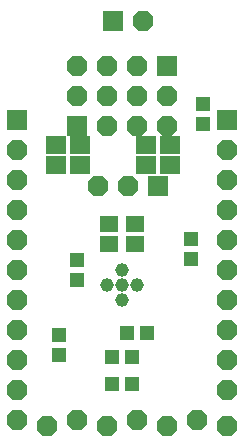
<source format=gbs>
G75*
%MOIN*%
%OFA0B0*%
%FSLAX24Y24*%
%IPPOS*%
%LPD*%
%AMOC8*
5,1,8,0,0,1.08239X$1,22.5*
%
%ADD10R,0.0631X0.0552*%
%ADD11R,0.0680X0.0680*%
%ADD12OC8,0.0680*%
%ADD13R,0.0474X0.0513*%
%ADD14R,0.0513X0.0474*%
%ADD15R,0.0671X0.0592*%
%ADD16C,0.0456*%
D10*
X004217Y007215D03*
X004217Y007885D03*
X005083Y007885D03*
X005083Y007215D03*
D11*
X005850Y009150D03*
X008150Y011350D03*
X006150Y013150D03*
X004350Y014650D03*
X003150Y011150D03*
X001150Y011350D03*
D12*
X001150Y001350D03*
X001150Y002350D03*
X001150Y003350D03*
X001150Y004350D03*
X001150Y005350D03*
X001150Y006350D03*
X001150Y007350D03*
X001150Y008350D03*
X001150Y009350D03*
X001150Y010350D03*
X003150Y012150D03*
X003150Y013150D03*
X004150Y013150D03*
X004150Y012150D03*
X004150Y011150D03*
X005150Y011150D03*
X005150Y012150D03*
X005150Y013150D03*
X005350Y014650D03*
X006150Y012150D03*
X006150Y011150D03*
X004850Y009150D03*
X003850Y009150D03*
X008150Y009350D03*
X008150Y010350D03*
X008150Y008350D03*
X008150Y007350D03*
X008150Y006350D03*
X008150Y005350D03*
X008150Y004350D03*
X008150Y003350D03*
X008150Y002350D03*
X008150Y001150D03*
X007150Y001350D03*
X006150Y001150D03*
X005150Y001350D03*
X004150Y001150D03*
X003150Y001350D03*
X002150Y001150D03*
D13*
X004315Y002550D03*
X004315Y003450D03*
X004985Y003450D03*
X004985Y002550D03*
X003150Y006015D03*
X003150Y006685D03*
D14*
X002550Y004185D03*
X002550Y003515D03*
X004815Y004250D03*
X005485Y004250D03*
X006950Y006715D03*
X006950Y007385D03*
X007350Y011215D03*
X007350Y011885D03*
D15*
X006250Y010535D03*
X006250Y009865D03*
X005450Y009865D03*
X005450Y010535D03*
X003250Y010535D03*
X003250Y009865D03*
X002450Y009865D03*
X002450Y010535D03*
D16*
X004650Y006350D03*
X004650Y005850D03*
X004650Y005350D03*
X004150Y005850D03*
X005150Y005850D03*
M02*

</source>
